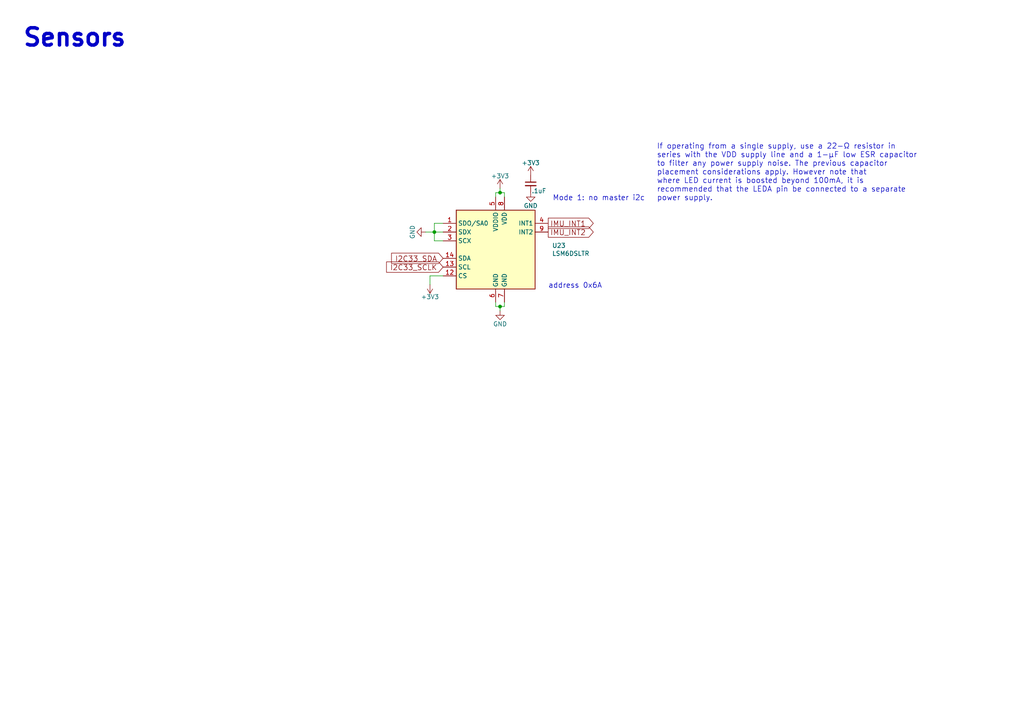
<source format=kicad_sch>
(kicad_sch (version 20230121) (generator eeschema)
  (paper "A4")
  (lib_symbols
    (symbol "DFTBoard-rescue:LSM6DS3-Sensor_Motion"
      (property "Reference" "U" (at -11.43 15.24 0))
      (property "Value" "Sensor_Motion_LSM6DS3" (at -11.43 12.7 0))
      (symbol "LSM6DS3-Sensor_Motion_0_1"
        (rectangle (start 11.43 11.43) (end -11.43 -11.43) (stroke (width 0.254)) (fill (type background)))
      )
      (symbol "LSM6DS3-Sensor_Motion_1_1"
        (pin bidirectional line (at -15.24 7.62 0) (length 3.81) (name "SDO/SA0") (number "1"))
        (pin no_connect line (at 10.16 -5.08 180) (length 3.81) hide (name "NC") (number "10"))
        (pin no_connect line (at 10.16 -2.54 180) (length 3.81) hide (name "NC") (number "11"))
        (pin input line (at -15.24 -7.62 0) (length 3.81) (name "CS") (number "12"))
        (pin input line (at -15.24 -5.08 0) (length 3.81) (name "SCL") (number "13"))
        (pin bidirectional line (at -15.24 -2.54 0) (length 3.81) (name "SDA") (number "14"))
        (pin bidirectional line (at -15.24 5.08 0) (length 3.81) (name "SDX") (number "2"))
        (pin input line (at -15.24 2.54 0) (length 3.81) (name "SCX") (number "3"))
        (pin output line (at 15.24 7.62 180) (length 3.81) (name "INT1") (number "4"))
        (pin power_in line (at 0 15.24 270) (length 3.81) (name "VDDIO") (number "5"))
        (pin power_in line (at 0 -15.24 90) (length 3.81) (name "GND") (number "6"))
        (pin power_in line (at 2.54 -15.24 90) (length 3.81) (name "GND") (number "7"))
        (pin power_in line (at 2.54 15.24 270) (length 3.81) (name "VDD") (number "8"))
        (pin output line (at 15.24 5.08 180) (length 3.81) (name "INT2") (number "9"))
      )
    )
    (symbol "Device:C_Small" (pin_numbers hide) (pin_names (offset 0.254) hide)
      (property "Reference" "C" (at 0.254 1.778 0))
      (property "Value" "C_Small" (at 0.254 -2.032 0))
      (symbol "C_Small_0_1"
        (polyline (pts (xy -1.524 -0.508) (xy 1.524 -0.508)) (stroke (width 0.3302)))
        (polyline (pts (xy -1.524 0.508) (xy 1.524 0.508)) (stroke (width 0.3048)))
      )
      (symbol "C_Small_1_1"
        (pin passive line (at 0 2.54 270) (length 2.032) (name "~") (number "1"))
        (pin passive line (at 0 -2.54 90) (length 2.032) (name "~") (number "2"))
      )
    )
    (symbol "power:+3V3" (power) (pin_names (offset 0))
      (property "Value" "+3V3" (at 0 3.556 0))
      (symbol "+3V3_0_1"
        (polyline (pts (xy -0.762 1.27) (xy 0 2.54)))
        (polyline (pts (xy 0 0) (xy 0 2.54)))
        (polyline (pts (xy 0 2.54) (xy 0.762 1.27)))
      )
      (symbol "+3V3_1_1"
        (pin power_in line (at 0 0 90) (length 0) hide (name "+3V3") (number "1"))
      )
    )
    (symbol "power:GND" (power) (pin_names (offset 0))
      (property "Value" "GND" (at 0 -3.81 0))
      (symbol "GND_0_1"
        (polyline (pts (xy 0 0) (xy 0 -1.27) (xy 1.27 -1.27) (xy 0 -2.54) (xy -1.27 -1.27) (xy 0 -1.27)))
      )
      (symbol "GND_1_1"
        (pin power_in line (at 0 0 270) (length 0) hide (name "GND") (number "1"))
      )
    )
  )
  (junction (at 145.034 55.88))
  (junction (at 145.034 88.9))
  (junction (at 125.984 67.31))
  (wire (pts (xy 128.524 69.85) (xy 125.984 69.85)))
  (wire (pts (xy 145.034 55.88) (xy 146.304 55.88)))
  (wire (pts (xy 128.524 67.31) (xy 125.984 67.31)))
  (wire (pts (xy 128.524 80.01) (xy 124.714 80.01)))
  (wire (pts (xy 128.524 64.77) (xy 125.984 64.77)))
  (wire (pts (xy 124.714 80.01) (xy 124.714 82.55)))
  (wire (pts (xy 125.984 64.77) (xy 125.984 67.31)))
  (wire (pts (xy 143.764 87.63) (xy 143.764 88.9)))
  (wire (pts (xy 145.034 54.61) (xy 145.034 55.88)))
  (wire (pts (xy 143.764 57.15) (xy 143.764 55.88)))
  (wire (pts (xy 145.034 88.9) (xy 145.034 90.17)))
  (wire (pts (xy 146.304 87.63) (xy 146.304 88.9)))
  (wire (pts (xy 143.764 55.88) (xy 145.034 55.88)))
  (wire (pts (xy 125.984 67.31) (xy 123.444 67.31)))
  (wire (pts (xy 125.984 67.31) (xy 125.984 69.85)))
  (wire (pts (xy 146.304 88.9) (xy 145.034 88.9)))
  (wire (pts (xy 146.304 55.88) (xy 146.304 57.15)))
  (wire (pts (xy 143.764 88.9) (xy 145.034 88.9)))
  (text "address 0x6A" (at 159.004 83.82 0) (effects (font (size 1.524 1.524)) (justify left bottom)))
  (text "If operating from a single supply, use a 22-Ω resistor in\nseries with the VDD supply line and a 1-μF low ESR capacitor \nto filter any power supply noise. The previous capacitor \nplacement considerations apply. However note that\nwhere LED current is boosted beyond 100mA, it is \nrecommended that the LEDA pin be connected to a separate\npower supply. " (at 190.5 58.42 0) (effects (font (size 1.5494 1.5494)) (justify left bottom)))
  (text "Mode 1: no master i2c" (at 160.274 58.42 0) (effects (font (size 1.524 1.524)) (justify left bottom)))
  (text "Sensors" (at 6.35 13.97 0) (effects (font (size 5.0038 5.0038) (thickness 1.0008) bold) (justify left bottom)))
  (global_label "I2C33_SCLK" (shape input) (at 128.524 77.47 180) (effects (font (size 1.524 1.524))) (property "Intersheetrefs" "${INTERSHEET_REFS}" (effects hide)))
  (global_label "I2C33_SDA" (shape input) (at 128.524 74.93 180) (effects (font (size 1.524 1.524))) (property "Intersheetrefs" "${INTERSHEET_REFS}" (effects hide)))
  (global_label "IMU_INT1" (shape output) (at 159.004 64.77 0) (effects (font (size 1.524 1.524))) (property "Intersheetrefs" "${INTERSHEET_REFS}" (effects hide)))
  (global_label "IMU_INT2" (shape output) (at 159.004 67.31 0) (effects (font (size 1.524 1.524))) (property "Intersheetrefs" "${INTERSHEET_REFS}" (effects hide)))
  (symbol (lib_id "DFTBoard-rescue:LSM6DS3-Sensor_Motion") (at 143.764 72.39 0) (unit 1)
    (property "Reference" "U23" (at 160.1216 71.2216 0) (effects (justify left)))
    (property "Value" "LSM6DSLTR" (at 160.1216 73.533 0) (effects (justify left)))
    (property "Footprint" "Package_LGA:LGA-14_3x2.5mm_P0.5mm_LayoutBorder3x4y" (effects hide))
    (property "Datasheet" "www.st.com/resource/en/datasheet/lsm6ds3.pdf" (effects hide))
    (property "MFR" "STMicroelectronics" (effects hide))
    (property "MPN" "LSM6DSLTR" (effects hide))
    (property "SPR" "Digikey" (effects hide))
    (property "SPN" "497-16705-6-ND" (effects hide))
    (property "SPURL" "-" (effects hide))
  )
  (symbol (lib_id "power:+3V3") (at 145.034 54.61 0) (unit 1)
    (property "Reference" "#PWR0346" (effects hide))
    (property "Value" "+3.3V" (at 145.034 51.054 0))
  )
  (symbol (lib_id "power:GND") (at 123.444 67.31 270) (unit 1)
    (property "Reference" "#PWR0347" (effects hide))
    (property "Value" "GND" (at 119.634 67.31 0))
  )
  (symbol (lib_id "power:GND") (at 145.034 90.17 0) (unit 1)
    (property "Reference" "#PWR0348" (effects hide))
    (property "Value" "GND" (at 145.034 93.98 0))
  )
  (symbol (lib_id "Device:C_Small") (at 153.924 53.34 0) (unit 1)
    (property "Reference" "C107" (effects hide))
    (property "Value" ".1uF" (at 154.178 55.372 0) (effects (justify left)))
    (property "Footprint" "Capacitor_SMD:C_0402_1005Metric" (effects hide))
    (property "MFR" "Yageo" (effects hide))
    (property "MPN" "CC0402KRX7R6BB104" (effects hide))
    (property "SPR" "Digikey" (effects hide))
    (property "SPN" "311-1345-1-ND" (effects hide))
  )
  (symbol (lib_id "power:+3V3") (at 153.924 50.8 0) (unit 1)
    (property "Reference" "#PWR0349" (effects hide))
    (property "Value" "+3.3V" (at 153.924 47.244 0))
  )
  (symbol (lib_id "power:GND") (at 153.924 55.88 0) (unit 1)
    (property "Reference" "#PWR0350" (effects hide))
    (property "Value" "GND" (at 153.924 59.69 0))
  )
  (symbol (lib_id "power:+3V3") (at 124.714 82.55 180) (unit 1)
    (property "Reference" "#PWR0351" (effects hide))
    (property "Value" "+3.3V" (at 124.714 86.106 0))
  )
)
</source>
